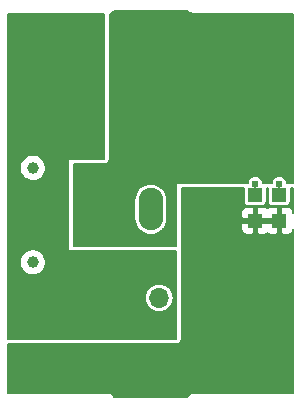
<source format=gtl>
G04 #@! TF.FileFunction,Copper,L1,Top,Signal*
%FSLAX46Y46*%
G04 Gerber Fmt 4.6, Leading zero omitted, Abs format (unit mm)*
G04 Created by KiCad (PCBNEW 4.0.7-e2-6376~61~ubuntu18.04.1) date Thu Dec  5 21:11:01 2019*
%MOMM*%
%LPD*%
G01*
G04 APERTURE LIST*
%ADD10C,0.100000*%
%ADD11C,1.000000*%
%ADD12R,1.200000X1.200000*%
%ADD13R,1.700000X1.700000*%
%ADD14O,1.700000X1.700000*%
%ADD15C,3.048000*%
%ADD16R,2.080000X3.600000*%
%ADD17O,2.080000X3.600000*%
%ADD18C,0.609600*%
%ADD19C,0.406400*%
%ADD20C,0.203200*%
G04 APERTURE END LIST*
D10*
D11*
X2500000Y-28500000D03*
D12*
X21336000Y-22776000D03*
X21336000Y-24976000D03*
X23368000Y-22776000D03*
X23368000Y-24976000D03*
D13*
X13208000Y-36580000D03*
D14*
X13208000Y-34040000D03*
X13208000Y-31500000D03*
D11*
X2500000Y-20500000D03*
D15*
X5769000Y-11298200D03*
X5769000Y-14701800D03*
X19231000Y-11298200D03*
X19231000Y-14701800D03*
D16*
X17580000Y-24000000D03*
D17*
X12500000Y-24000000D03*
X7420000Y-24000000D03*
D18*
X21336000Y-21844000D03*
X23368000Y-21844000D03*
D19*
X7420000Y-24000000D02*
X7500000Y-24000000D01*
D20*
X21336000Y-22776000D02*
X21336000Y-21844000D01*
X23368000Y-22776000D02*
X23368000Y-21844000D01*
D19*
X5769000Y-14701800D02*
X5769000Y-14731000D01*
D20*
G36*
X20378680Y-23376000D02*
X20383196Y-23432628D01*
X20412940Y-23528675D01*
X20468264Y-23612633D01*
X20544788Y-23677854D01*
X20636453Y-23719173D01*
X20736000Y-23733320D01*
X21936000Y-23733320D01*
X21992628Y-23728804D01*
X22088675Y-23699060D01*
X22172633Y-23643736D01*
X22237854Y-23567212D01*
X22279173Y-23475547D01*
X22293320Y-23376000D01*
X22293320Y-22199600D01*
X22410680Y-22199600D01*
X22410680Y-23376000D01*
X22415196Y-23432628D01*
X22444940Y-23528675D01*
X22500264Y-23612633D01*
X22576788Y-23677854D01*
X22668453Y-23719173D01*
X22768000Y-23733320D01*
X23968000Y-23733320D01*
X24024628Y-23728804D01*
X24120675Y-23699060D01*
X24204633Y-23643736D01*
X24269854Y-23567212D01*
X24311173Y-23475547D01*
X24325320Y-23376000D01*
X24325320Y-22199600D01*
X24569400Y-22199600D01*
X24569400Y-24274737D01*
X24554173Y-24198187D01*
X24508221Y-24087246D01*
X24441507Y-23987403D01*
X24356598Y-23902493D01*
X24256754Y-23835780D01*
X24145814Y-23789827D01*
X24028041Y-23766400D01*
X23672800Y-23766400D01*
X23520400Y-23918800D01*
X23520400Y-24823600D01*
X23540400Y-24823600D01*
X23540400Y-25128400D01*
X23520400Y-25128400D01*
X23520400Y-26033200D01*
X23672800Y-26185600D01*
X24028041Y-26185600D01*
X24145814Y-26162173D01*
X24256754Y-26116220D01*
X24356598Y-26049507D01*
X24441507Y-25964597D01*
X24508221Y-25864754D01*
X24554173Y-25753813D01*
X24569400Y-25677263D01*
X24569400Y-39569400D01*
X16000000Y-39569400D01*
X15959732Y-39573348D01*
X15919314Y-39577027D01*
X15917864Y-39577454D01*
X15916363Y-39577601D01*
X15877546Y-39589320D01*
X15838694Y-39600755D01*
X15837359Y-39601453D01*
X15835911Y-39601890D01*
X15800122Y-39620919D01*
X15764219Y-39639689D01*
X15763040Y-39640637D01*
X15761710Y-39641344D01*
X15730362Y-39666911D01*
X15698725Y-39692348D01*
X15697753Y-39693506D01*
X15696585Y-39694459D01*
X15670787Y-39725643D01*
X15644706Y-39756725D01*
X15643978Y-39758049D01*
X15643016Y-39759212D01*
X15623759Y-39794828D01*
X15604220Y-39830369D01*
X15603763Y-39831810D01*
X15603046Y-39833136D01*
X15591071Y-39871821D01*
X15582640Y-39898400D01*
X9416976Y-39898400D01*
X9410680Y-39877546D01*
X9399245Y-39838694D01*
X9398547Y-39837359D01*
X9398110Y-39835911D01*
X9379081Y-39800122D01*
X9360311Y-39764219D01*
X9359363Y-39763040D01*
X9358656Y-39761710D01*
X9333089Y-39730362D01*
X9307652Y-39698725D01*
X9306494Y-39697753D01*
X9305541Y-39696585D01*
X9274357Y-39670787D01*
X9243275Y-39644706D01*
X9241951Y-39643978D01*
X9240788Y-39643016D01*
X9205172Y-39623759D01*
X9169631Y-39604220D01*
X9168190Y-39603763D01*
X9166864Y-39603046D01*
X9128179Y-39591071D01*
X9089527Y-39578810D01*
X9088027Y-39578642D01*
X9086584Y-39578195D01*
X9046233Y-39573954D01*
X9006012Y-39569442D01*
X9003118Y-39569422D01*
X9003006Y-39569410D01*
X9002894Y-39569420D01*
X9000000Y-39569400D01*
X430600Y-39569400D01*
X430600Y-35407600D01*
X14732000Y-35407600D01*
X14861245Y-35383281D01*
X14979950Y-35306897D01*
X15059584Y-35190348D01*
X15087600Y-35052000D01*
X15087600Y-25280800D01*
X20126400Y-25280800D01*
X20126400Y-25636040D01*
X20149827Y-25753813D01*
X20195779Y-25864754D01*
X20262493Y-25964597D01*
X20347402Y-26049507D01*
X20447246Y-26116220D01*
X20558186Y-26162173D01*
X20675959Y-26185600D01*
X21031200Y-26185600D01*
X21183600Y-26033200D01*
X21183600Y-25128400D01*
X21488400Y-25128400D01*
X21488400Y-26033200D01*
X21640800Y-26185600D01*
X21996041Y-26185600D01*
X22113814Y-26162173D01*
X22224754Y-26116220D01*
X22324598Y-26049507D01*
X22352000Y-26022105D01*
X22379402Y-26049507D01*
X22479246Y-26116220D01*
X22590186Y-26162173D01*
X22707959Y-26185600D01*
X23063200Y-26185600D01*
X23215600Y-26033200D01*
X23215600Y-25128400D01*
X21488400Y-25128400D01*
X21183600Y-25128400D01*
X20278800Y-25128400D01*
X20126400Y-25280800D01*
X15087600Y-25280800D01*
X15087600Y-24315960D01*
X20126400Y-24315960D01*
X20126400Y-24671200D01*
X20278800Y-24823600D01*
X21183600Y-24823600D01*
X21183600Y-23918800D01*
X21488400Y-23918800D01*
X21488400Y-24823600D01*
X23215600Y-24823600D01*
X23215600Y-23918800D01*
X23063200Y-23766400D01*
X22707959Y-23766400D01*
X22590186Y-23789827D01*
X22479246Y-23835780D01*
X22379402Y-23902493D01*
X22352000Y-23929895D01*
X22324598Y-23902493D01*
X22224754Y-23835780D01*
X22113814Y-23789827D01*
X21996041Y-23766400D01*
X21640800Y-23766400D01*
X21488400Y-23918800D01*
X21183600Y-23918800D01*
X21031200Y-23766400D01*
X20675959Y-23766400D01*
X20558186Y-23789827D01*
X20447246Y-23835780D01*
X20347402Y-23902493D01*
X20262493Y-23987403D01*
X20195779Y-24087246D01*
X20149827Y-24198187D01*
X20126400Y-24315960D01*
X15087600Y-24315960D01*
X15087600Y-22199600D01*
X20378680Y-22199600D01*
X20378680Y-23376000D01*
X20378680Y-23376000D01*
G37*
X20378680Y-23376000D02*
X20383196Y-23432628D01*
X20412940Y-23528675D01*
X20468264Y-23612633D01*
X20544788Y-23677854D01*
X20636453Y-23719173D01*
X20736000Y-23733320D01*
X21936000Y-23733320D01*
X21992628Y-23728804D01*
X22088675Y-23699060D01*
X22172633Y-23643736D01*
X22237854Y-23567212D01*
X22279173Y-23475547D01*
X22293320Y-23376000D01*
X22293320Y-22199600D01*
X22410680Y-22199600D01*
X22410680Y-23376000D01*
X22415196Y-23432628D01*
X22444940Y-23528675D01*
X22500264Y-23612633D01*
X22576788Y-23677854D01*
X22668453Y-23719173D01*
X22768000Y-23733320D01*
X23968000Y-23733320D01*
X24024628Y-23728804D01*
X24120675Y-23699060D01*
X24204633Y-23643736D01*
X24269854Y-23567212D01*
X24311173Y-23475547D01*
X24325320Y-23376000D01*
X24325320Y-22199600D01*
X24569400Y-22199600D01*
X24569400Y-24274737D01*
X24554173Y-24198187D01*
X24508221Y-24087246D01*
X24441507Y-23987403D01*
X24356598Y-23902493D01*
X24256754Y-23835780D01*
X24145814Y-23789827D01*
X24028041Y-23766400D01*
X23672800Y-23766400D01*
X23520400Y-23918800D01*
X23520400Y-24823600D01*
X23540400Y-24823600D01*
X23540400Y-25128400D01*
X23520400Y-25128400D01*
X23520400Y-26033200D01*
X23672800Y-26185600D01*
X24028041Y-26185600D01*
X24145814Y-26162173D01*
X24256754Y-26116220D01*
X24356598Y-26049507D01*
X24441507Y-25964597D01*
X24508221Y-25864754D01*
X24554173Y-25753813D01*
X24569400Y-25677263D01*
X24569400Y-39569400D01*
X16000000Y-39569400D01*
X15959732Y-39573348D01*
X15919314Y-39577027D01*
X15917864Y-39577454D01*
X15916363Y-39577601D01*
X15877546Y-39589320D01*
X15838694Y-39600755D01*
X15837359Y-39601453D01*
X15835911Y-39601890D01*
X15800122Y-39620919D01*
X15764219Y-39639689D01*
X15763040Y-39640637D01*
X15761710Y-39641344D01*
X15730362Y-39666911D01*
X15698725Y-39692348D01*
X15697753Y-39693506D01*
X15696585Y-39694459D01*
X15670787Y-39725643D01*
X15644706Y-39756725D01*
X15643978Y-39758049D01*
X15643016Y-39759212D01*
X15623759Y-39794828D01*
X15604220Y-39830369D01*
X15603763Y-39831810D01*
X15603046Y-39833136D01*
X15591071Y-39871821D01*
X15582640Y-39898400D01*
X9416976Y-39898400D01*
X9410680Y-39877546D01*
X9399245Y-39838694D01*
X9398547Y-39837359D01*
X9398110Y-39835911D01*
X9379081Y-39800122D01*
X9360311Y-39764219D01*
X9359363Y-39763040D01*
X9358656Y-39761710D01*
X9333089Y-39730362D01*
X9307652Y-39698725D01*
X9306494Y-39697753D01*
X9305541Y-39696585D01*
X9274357Y-39670787D01*
X9243275Y-39644706D01*
X9241951Y-39643978D01*
X9240788Y-39643016D01*
X9205172Y-39623759D01*
X9169631Y-39604220D01*
X9168190Y-39603763D01*
X9166864Y-39603046D01*
X9128179Y-39591071D01*
X9089527Y-39578810D01*
X9088027Y-39578642D01*
X9086584Y-39578195D01*
X9046233Y-39573954D01*
X9006012Y-39569442D01*
X9003118Y-39569422D01*
X9003006Y-39569410D01*
X9002894Y-39569420D01*
X9000000Y-39569400D01*
X430600Y-39569400D01*
X430600Y-35407600D01*
X14732000Y-35407600D01*
X14861245Y-35383281D01*
X14979950Y-35306897D01*
X15059584Y-35190348D01*
X15087600Y-35052000D01*
X15087600Y-25280800D01*
X20126400Y-25280800D01*
X20126400Y-25636040D01*
X20149827Y-25753813D01*
X20195779Y-25864754D01*
X20262493Y-25964597D01*
X20347402Y-26049507D01*
X20447246Y-26116220D01*
X20558186Y-26162173D01*
X20675959Y-26185600D01*
X21031200Y-26185600D01*
X21183600Y-26033200D01*
X21183600Y-25128400D01*
X21488400Y-25128400D01*
X21488400Y-26033200D01*
X21640800Y-26185600D01*
X21996041Y-26185600D01*
X22113814Y-26162173D01*
X22224754Y-26116220D01*
X22324598Y-26049507D01*
X22352000Y-26022105D01*
X22379402Y-26049507D01*
X22479246Y-26116220D01*
X22590186Y-26162173D01*
X22707959Y-26185600D01*
X23063200Y-26185600D01*
X23215600Y-26033200D01*
X23215600Y-25128400D01*
X21488400Y-25128400D01*
X21183600Y-25128400D01*
X20278800Y-25128400D01*
X20126400Y-25280800D01*
X15087600Y-25280800D01*
X15087600Y-24315960D01*
X20126400Y-24315960D01*
X20126400Y-24671200D01*
X20278800Y-24823600D01*
X21183600Y-24823600D01*
X21183600Y-23918800D01*
X21488400Y-23918800D01*
X21488400Y-24823600D01*
X23215600Y-24823600D01*
X23215600Y-23918800D01*
X23063200Y-23766400D01*
X22707959Y-23766400D01*
X22590186Y-23789827D01*
X22479246Y-23835780D01*
X22379402Y-23902493D01*
X22352000Y-23929895D01*
X22324598Y-23902493D01*
X22224754Y-23835780D01*
X22113814Y-23789827D01*
X21996041Y-23766400D01*
X21640800Y-23766400D01*
X21488400Y-23918800D01*
X21183600Y-23918800D01*
X21031200Y-23766400D01*
X20675959Y-23766400D01*
X20558186Y-23789827D01*
X20447246Y-23835780D01*
X20347402Y-23902493D01*
X20262493Y-23987403D01*
X20195779Y-24087246D01*
X20149827Y-24198187D01*
X20126400Y-24315960D01*
X15087600Y-24315960D01*
X15087600Y-22199600D01*
X20378680Y-22199600D01*
X20378680Y-23376000D01*
G36*
X8534400Y-19710400D02*
X5588000Y-19710400D01*
X5559695Y-19714422D01*
X5533631Y-19726171D01*
X5511872Y-19744716D01*
X5496141Y-19768589D01*
X5487684Y-19795898D01*
X5486400Y-19812000D01*
X5486400Y-27432000D01*
X5490422Y-27460305D01*
X5502171Y-27486369D01*
X5520716Y-27508128D01*
X5544589Y-27523859D01*
X5571898Y-27532316D01*
X5588000Y-27533600D01*
X14630400Y-27533600D01*
X14630400Y-34950400D01*
X430600Y-34950400D01*
X430600Y-31491583D01*
X11996596Y-31491583D01*
X12017921Y-31725907D01*
X12084354Y-31951626D01*
X12193364Y-32160142D01*
X12340799Y-32343514D01*
X12521043Y-32494757D01*
X12727231Y-32608110D01*
X12951509Y-32679255D01*
X13185334Y-32705482D01*
X13202167Y-32705600D01*
X13213833Y-32705600D01*
X13448002Y-32682640D01*
X13673251Y-32614633D01*
X13881002Y-32504170D01*
X14063340Y-32355458D01*
X14213321Y-32174163D01*
X14325231Y-31967189D01*
X14394809Y-31742420D01*
X14419404Y-31508417D01*
X14398079Y-31274093D01*
X14331646Y-31048374D01*
X14222636Y-30839858D01*
X14075201Y-30656486D01*
X13894957Y-30505243D01*
X13688769Y-30391890D01*
X13464491Y-30320745D01*
X13230666Y-30294518D01*
X13213833Y-30294400D01*
X13202167Y-30294400D01*
X12967998Y-30317360D01*
X12742749Y-30385367D01*
X12534998Y-30495830D01*
X12352660Y-30644542D01*
X12202679Y-30825837D01*
X12090769Y-31032811D01*
X12021191Y-31257580D01*
X11996596Y-31491583D01*
X430600Y-31491583D01*
X430600Y-28592626D01*
X1396952Y-28592626D01*
X1435951Y-28805111D01*
X1515478Y-29005975D01*
X1632506Y-29187567D01*
X1782577Y-29342970D01*
X1959974Y-29466264D01*
X2157940Y-29552753D01*
X2368935Y-29599143D01*
X2584923Y-29603668D01*
X2797675Y-29566154D01*
X2999090Y-29488030D01*
X3181494Y-29372273D01*
X3337941Y-29223291D01*
X3462470Y-29046759D01*
X3550339Y-28849401D01*
X3598202Y-28638735D01*
X3601647Y-28391983D01*
X3559686Y-28180062D01*
X3477361Y-27980328D01*
X3357809Y-27800388D01*
X3205584Y-27647096D01*
X3026483Y-27526291D01*
X2827328Y-27442574D01*
X2615706Y-27399134D01*
X2399676Y-27397626D01*
X2187468Y-27438107D01*
X1987164Y-27519035D01*
X1806393Y-27637327D01*
X1652042Y-27788479D01*
X1529990Y-27966732D01*
X1444885Y-28165298D01*
X1399968Y-28376612D01*
X1396952Y-28592626D01*
X430600Y-28592626D01*
X430600Y-20592626D01*
X1396952Y-20592626D01*
X1435951Y-20805111D01*
X1515478Y-21005975D01*
X1632506Y-21187567D01*
X1782577Y-21342970D01*
X1959974Y-21466264D01*
X2157940Y-21552753D01*
X2368935Y-21599143D01*
X2584923Y-21603668D01*
X2797675Y-21566154D01*
X2999090Y-21488030D01*
X3181494Y-21372273D01*
X3337941Y-21223291D01*
X3462470Y-21046759D01*
X3550339Y-20849401D01*
X3598202Y-20638735D01*
X3601647Y-20391983D01*
X3559686Y-20180062D01*
X3477361Y-19980328D01*
X3357809Y-19800388D01*
X3205584Y-19647096D01*
X3026483Y-19526291D01*
X2827328Y-19442574D01*
X2615706Y-19399134D01*
X2399676Y-19397626D01*
X2187468Y-19438107D01*
X1987164Y-19519035D01*
X1806393Y-19637327D01*
X1652042Y-19788479D01*
X1529990Y-19966732D01*
X1444885Y-20165298D01*
X1399968Y-20376612D01*
X1396952Y-20592626D01*
X430600Y-20592626D01*
X430600Y-7430600D01*
X8534400Y-7430600D01*
X8534400Y-19710400D01*
X8534400Y-19710400D01*
G37*
X8534400Y-19710400D02*
X5588000Y-19710400D01*
X5559695Y-19714422D01*
X5533631Y-19726171D01*
X5511872Y-19744716D01*
X5496141Y-19768589D01*
X5487684Y-19795898D01*
X5486400Y-19812000D01*
X5486400Y-27432000D01*
X5490422Y-27460305D01*
X5502171Y-27486369D01*
X5520716Y-27508128D01*
X5544589Y-27523859D01*
X5571898Y-27532316D01*
X5588000Y-27533600D01*
X14630400Y-27533600D01*
X14630400Y-34950400D01*
X430600Y-34950400D01*
X430600Y-31491583D01*
X11996596Y-31491583D01*
X12017921Y-31725907D01*
X12084354Y-31951626D01*
X12193364Y-32160142D01*
X12340799Y-32343514D01*
X12521043Y-32494757D01*
X12727231Y-32608110D01*
X12951509Y-32679255D01*
X13185334Y-32705482D01*
X13202167Y-32705600D01*
X13213833Y-32705600D01*
X13448002Y-32682640D01*
X13673251Y-32614633D01*
X13881002Y-32504170D01*
X14063340Y-32355458D01*
X14213321Y-32174163D01*
X14325231Y-31967189D01*
X14394809Y-31742420D01*
X14419404Y-31508417D01*
X14398079Y-31274093D01*
X14331646Y-31048374D01*
X14222636Y-30839858D01*
X14075201Y-30656486D01*
X13894957Y-30505243D01*
X13688769Y-30391890D01*
X13464491Y-30320745D01*
X13230666Y-30294518D01*
X13213833Y-30294400D01*
X13202167Y-30294400D01*
X12967998Y-30317360D01*
X12742749Y-30385367D01*
X12534998Y-30495830D01*
X12352660Y-30644542D01*
X12202679Y-30825837D01*
X12090769Y-31032811D01*
X12021191Y-31257580D01*
X11996596Y-31491583D01*
X430600Y-31491583D01*
X430600Y-28592626D01*
X1396952Y-28592626D01*
X1435951Y-28805111D01*
X1515478Y-29005975D01*
X1632506Y-29187567D01*
X1782577Y-29342970D01*
X1959974Y-29466264D01*
X2157940Y-29552753D01*
X2368935Y-29599143D01*
X2584923Y-29603668D01*
X2797675Y-29566154D01*
X2999090Y-29488030D01*
X3181494Y-29372273D01*
X3337941Y-29223291D01*
X3462470Y-29046759D01*
X3550339Y-28849401D01*
X3598202Y-28638735D01*
X3601647Y-28391983D01*
X3559686Y-28180062D01*
X3477361Y-27980328D01*
X3357809Y-27800388D01*
X3205584Y-27647096D01*
X3026483Y-27526291D01*
X2827328Y-27442574D01*
X2615706Y-27399134D01*
X2399676Y-27397626D01*
X2187468Y-27438107D01*
X1987164Y-27519035D01*
X1806393Y-27637327D01*
X1652042Y-27788479D01*
X1529990Y-27966732D01*
X1444885Y-28165298D01*
X1399968Y-28376612D01*
X1396952Y-28592626D01*
X430600Y-28592626D01*
X430600Y-20592626D01*
X1396952Y-20592626D01*
X1435951Y-20805111D01*
X1515478Y-21005975D01*
X1632506Y-21187567D01*
X1782577Y-21342970D01*
X1959974Y-21466264D01*
X2157940Y-21552753D01*
X2368935Y-21599143D01*
X2584923Y-21603668D01*
X2797675Y-21566154D01*
X2999090Y-21488030D01*
X3181494Y-21372273D01*
X3337941Y-21223291D01*
X3462470Y-21046759D01*
X3550339Y-20849401D01*
X3598202Y-20638735D01*
X3601647Y-20391983D01*
X3559686Y-20180062D01*
X3477361Y-19980328D01*
X3357809Y-19800388D01*
X3205584Y-19647096D01*
X3026483Y-19526291D01*
X2827328Y-19442574D01*
X2615706Y-19399134D01*
X2399676Y-19397626D01*
X2187468Y-19438107D01*
X1987164Y-19519035D01*
X1806393Y-19637327D01*
X1652042Y-19788479D01*
X1529990Y-19966732D01*
X1444885Y-20165298D01*
X1399968Y-20376612D01*
X1396952Y-20592626D01*
X430600Y-20592626D01*
X430600Y-7430600D01*
X8534400Y-7430600D01*
X8534400Y-19710400D01*
G36*
X15639689Y-7235781D02*
X15640637Y-7236960D01*
X15641344Y-7238290D01*
X15666911Y-7269638D01*
X15692348Y-7301275D01*
X15693506Y-7302247D01*
X15694459Y-7303415D01*
X15725643Y-7329213D01*
X15756725Y-7355294D01*
X15758049Y-7356022D01*
X15759212Y-7356984D01*
X15794828Y-7376241D01*
X15830369Y-7395780D01*
X15831810Y-7396237D01*
X15833136Y-7396954D01*
X15871821Y-7408929D01*
X15910473Y-7421190D01*
X15911973Y-7421358D01*
X15913416Y-7421805D01*
X15953767Y-7426046D01*
X15993988Y-7430558D01*
X15996882Y-7430578D01*
X15996994Y-7430590D01*
X15997106Y-7430580D01*
X16000000Y-7430600D01*
X24569400Y-7430600D01*
X24569400Y-21742400D01*
X24021133Y-21742400D01*
X24003272Y-21652200D01*
X23953920Y-21532461D01*
X23882249Y-21424589D01*
X23790991Y-21332691D01*
X23683622Y-21260270D01*
X23564230Y-21210082D01*
X23437365Y-21184040D01*
X23307857Y-21183136D01*
X23180640Y-21207404D01*
X23060559Y-21255920D01*
X22952189Y-21326835D01*
X22859657Y-21417449D01*
X22786487Y-21524311D01*
X22735467Y-21643349D01*
X22714414Y-21742400D01*
X21989133Y-21742400D01*
X21971272Y-21652200D01*
X21921920Y-21532461D01*
X21850249Y-21424589D01*
X21758991Y-21332691D01*
X21651622Y-21260270D01*
X21532230Y-21210082D01*
X21405365Y-21184040D01*
X21275857Y-21183136D01*
X21148640Y-21207404D01*
X21028559Y-21255920D01*
X20920189Y-21326835D01*
X20827657Y-21417449D01*
X20754487Y-21524311D01*
X20703467Y-21643349D01*
X20682414Y-21742400D01*
X14732000Y-21742400D01*
X14703695Y-21746422D01*
X14677631Y-21758171D01*
X14655872Y-21776716D01*
X14640141Y-21800589D01*
X14631684Y-21827898D01*
X14630400Y-21844000D01*
X14630400Y-27076400D01*
X5943600Y-27076400D01*
X5943600Y-23229570D01*
X11104400Y-23229570D01*
X11104400Y-24770430D01*
X11130979Y-25041503D01*
X11209704Y-25302252D01*
X11337575Y-25542743D01*
X11509723Y-25753818D01*
X11719590Y-25927435D01*
X11959183Y-26056982D01*
X12219376Y-26137525D01*
X12490257Y-26165996D01*
X12761509Y-26141310D01*
X13022801Y-26064408D01*
X13264179Y-25938218D01*
X13476450Y-25767548D01*
X13651528Y-25558898D01*
X13782745Y-25320215D01*
X13865103Y-25060592D01*
X13895464Y-24789916D01*
X13895600Y-24770430D01*
X13895600Y-23229570D01*
X13869021Y-22958497D01*
X13790296Y-22697748D01*
X13662425Y-22457257D01*
X13490277Y-22246182D01*
X13280410Y-22072565D01*
X13040817Y-21943018D01*
X12780624Y-21862475D01*
X12509743Y-21834004D01*
X12238491Y-21858690D01*
X11977199Y-21935592D01*
X11735821Y-22061782D01*
X11523550Y-22232452D01*
X11348472Y-22441102D01*
X11217255Y-22679785D01*
X11134897Y-22939408D01*
X11104536Y-23210084D01*
X11104400Y-23229570D01*
X5943600Y-23229570D01*
X5943600Y-20167600D01*
X8636000Y-20167600D01*
X8765245Y-20143281D01*
X8883950Y-20066897D01*
X8963584Y-19950348D01*
X8991600Y-19812000D01*
X8991600Y-7430600D01*
X9000000Y-7430600D01*
X9040268Y-7426652D01*
X9080686Y-7422973D01*
X9082136Y-7422546D01*
X9083637Y-7422399D01*
X9122454Y-7410680D01*
X9161306Y-7399245D01*
X9162641Y-7398547D01*
X9164089Y-7398110D01*
X9199878Y-7379081D01*
X9235781Y-7360311D01*
X9236960Y-7359363D01*
X9238290Y-7358656D01*
X9269638Y-7333089D01*
X9301275Y-7307652D01*
X9302247Y-7306494D01*
X9303415Y-7305541D01*
X9329213Y-7274357D01*
X9355294Y-7243275D01*
X9356022Y-7241951D01*
X9356984Y-7240788D01*
X9371684Y-7213600D01*
X15628093Y-7213600D01*
X15639689Y-7235781D01*
X15639689Y-7235781D01*
G37*
X15639689Y-7235781D02*
X15640637Y-7236960D01*
X15641344Y-7238290D01*
X15666911Y-7269638D01*
X15692348Y-7301275D01*
X15693506Y-7302247D01*
X15694459Y-7303415D01*
X15725643Y-7329213D01*
X15756725Y-7355294D01*
X15758049Y-7356022D01*
X15759212Y-7356984D01*
X15794828Y-7376241D01*
X15830369Y-7395780D01*
X15831810Y-7396237D01*
X15833136Y-7396954D01*
X15871821Y-7408929D01*
X15910473Y-7421190D01*
X15911973Y-7421358D01*
X15913416Y-7421805D01*
X15953767Y-7426046D01*
X15993988Y-7430558D01*
X15996882Y-7430578D01*
X15996994Y-7430590D01*
X15997106Y-7430580D01*
X16000000Y-7430600D01*
X24569400Y-7430600D01*
X24569400Y-21742400D01*
X24021133Y-21742400D01*
X24003272Y-21652200D01*
X23953920Y-21532461D01*
X23882249Y-21424589D01*
X23790991Y-21332691D01*
X23683622Y-21260270D01*
X23564230Y-21210082D01*
X23437365Y-21184040D01*
X23307857Y-21183136D01*
X23180640Y-21207404D01*
X23060559Y-21255920D01*
X22952189Y-21326835D01*
X22859657Y-21417449D01*
X22786487Y-21524311D01*
X22735467Y-21643349D01*
X22714414Y-21742400D01*
X21989133Y-21742400D01*
X21971272Y-21652200D01*
X21921920Y-21532461D01*
X21850249Y-21424589D01*
X21758991Y-21332691D01*
X21651622Y-21260270D01*
X21532230Y-21210082D01*
X21405365Y-21184040D01*
X21275857Y-21183136D01*
X21148640Y-21207404D01*
X21028559Y-21255920D01*
X20920189Y-21326835D01*
X20827657Y-21417449D01*
X20754487Y-21524311D01*
X20703467Y-21643349D01*
X20682414Y-21742400D01*
X14732000Y-21742400D01*
X14703695Y-21746422D01*
X14677631Y-21758171D01*
X14655872Y-21776716D01*
X14640141Y-21800589D01*
X14631684Y-21827898D01*
X14630400Y-21844000D01*
X14630400Y-27076400D01*
X5943600Y-27076400D01*
X5943600Y-23229570D01*
X11104400Y-23229570D01*
X11104400Y-24770430D01*
X11130979Y-25041503D01*
X11209704Y-25302252D01*
X11337575Y-25542743D01*
X11509723Y-25753818D01*
X11719590Y-25927435D01*
X11959183Y-26056982D01*
X12219376Y-26137525D01*
X12490257Y-26165996D01*
X12761509Y-26141310D01*
X13022801Y-26064408D01*
X13264179Y-25938218D01*
X13476450Y-25767548D01*
X13651528Y-25558898D01*
X13782745Y-25320215D01*
X13865103Y-25060592D01*
X13895464Y-24789916D01*
X13895600Y-24770430D01*
X13895600Y-23229570D01*
X13869021Y-22958497D01*
X13790296Y-22697748D01*
X13662425Y-22457257D01*
X13490277Y-22246182D01*
X13280410Y-22072565D01*
X13040817Y-21943018D01*
X12780624Y-21862475D01*
X12509743Y-21834004D01*
X12238491Y-21858690D01*
X11977199Y-21935592D01*
X11735821Y-22061782D01*
X11523550Y-22232452D01*
X11348472Y-22441102D01*
X11217255Y-22679785D01*
X11134897Y-22939408D01*
X11104536Y-23210084D01*
X11104400Y-23229570D01*
X5943600Y-23229570D01*
X5943600Y-20167600D01*
X8636000Y-20167600D01*
X8765245Y-20143281D01*
X8883950Y-20066897D01*
X8963584Y-19950348D01*
X8991600Y-19812000D01*
X8991600Y-7430600D01*
X9000000Y-7430600D01*
X9040268Y-7426652D01*
X9080686Y-7422973D01*
X9082136Y-7422546D01*
X9083637Y-7422399D01*
X9122454Y-7410680D01*
X9161306Y-7399245D01*
X9162641Y-7398547D01*
X9164089Y-7398110D01*
X9199878Y-7379081D01*
X9235781Y-7360311D01*
X9236960Y-7359363D01*
X9238290Y-7358656D01*
X9269638Y-7333089D01*
X9301275Y-7307652D01*
X9302247Y-7306494D01*
X9303415Y-7305541D01*
X9329213Y-7274357D01*
X9355294Y-7243275D01*
X9356022Y-7241951D01*
X9356984Y-7240788D01*
X9371684Y-7213600D01*
X15628093Y-7213600D01*
X15639689Y-7235781D01*
M02*

</source>
